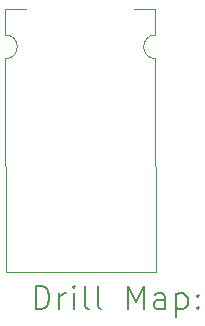
<source format=gbr>
%TF.GenerationSoftware,KiCad,Pcbnew,7.0.6*%
%TF.CreationDate,2023-09-20T23:26:55+02:00*%
%TF.ProjectId,epi_ESP32 (2023_01_16 13_30_41 UTC),6570695f-4553-4503-9332-202832303233,1_1*%
%TF.SameCoordinates,Original*%
%TF.FileFunction,Drillmap*%
%TF.FilePolarity,Positive*%
%FSLAX45Y45*%
G04 Gerber Fmt 4.5, Leading zero omitted, Abs format (unit mm)*
G04 Created by KiCad (PCBNEW 7.0.6) date 2023-09-20 23:26:55*
%MOMM*%
%LPD*%
G01*
G04 APERTURE LIST*
%ADD10C,0.100000*%
%ADD11C,0.050000*%
%ADD12C,0.200000*%
G04 APERTURE END LIST*
D10*
X9789000Y-4991850D02*
X9789000Y-5215000D01*
D11*
X9789504Y-7220000D02*
X11062004Y-7220000D01*
D10*
X11059000Y-5215000D02*
G75*
G03*
X11059000Y-5415000I0J-100000D01*
G01*
X9789000Y-5415000D02*
G75*
G03*
X9789000Y-5215000I0J100000D01*
G01*
X10879504Y-4991850D02*
X11059000Y-4991850D01*
X11059000Y-5215000D02*
X11059000Y-4991850D01*
X9789000Y-4991850D02*
X9966835Y-4991525D01*
X11062004Y-7220000D02*
X11059000Y-5415000D01*
X9789000Y-5415000D02*
X9789504Y-7220000D01*
D12*
X10044777Y-7536484D02*
X10044777Y-7336484D01*
X10044777Y-7336484D02*
X10092396Y-7336484D01*
X10092396Y-7336484D02*
X10120967Y-7346008D01*
X10120967Y-7346008D02*
X10140015Y-7365055D01*
X10140015Y-7365055D02*
X10149539Y-7384103D01*
X10149539Y-7384103D02*
X10159063Y-7422198D01*
X10159063Y-7422198D02*
X10159063Y-7450769D01*
X10159063Y-7450769D02*
X10149539Y-7488865D01*
X10149539Y-7488865D02*
X10140015Y-7507912D01*
X10140015Y-7507912D02*
X10120967Y-7526960D01*
X10120967Y-7526960D02*
X10092396Y-7536484D01*
X10092396Y-7536484D02*
X10044777Y-7536484D01*
X10244777Y-7536484D02*
X10244777Y-7403150D01*
X10244777Y-7441246D02*
X10254301Y-7422198D01*
X10254301Y-7422198D02*
X10263824Y-7412674D01*
X10263824Y-7412674D02*
X10282872Y-7403150D01*
X10282872Y-7403150D02*
X10301920Y-7403150D01*
X10368586Y-7536484D02*
X10368586Y-7403150D01*
X10368586Y-7336484D02*
X10359063Y-7346008D01*
X10359063Y-7346008D02*
X10368586Y-7355531D01*
X10368586Y-7355531D02*
X10378110Y-7346008D01*
X10378110Y-7346008D02*
X10368586Y-7336484D01*
X10368586Y-7336484D02*
X10368586Y-7355531D01*
X10492396Y-7536484D02*
X10473348Y-7526960D01*
X10473348Y-7526960D02*
X10463824Y-7507912D01*
X10463824Y-7507912D02*
X10463824Y-7336484D01*
X10597158Y-7536484D02*
X10578110Y-7526960D01*
X10578110Y-7526960D02*
X10568586Y-7507912D01*
X10568586Y-7507912D02*
X10568586Y-7336484D01*
X10825729Y-7536484D02*
X10825729Y-7336484D01*
X10825729Y-7336484D02*
X10892396Y-7479341D01*
X10892396Y-7479341D02*
X10959063Y-7336484D01*
X10959063Y-7336484D02*
X10959063Y-7536484D01*
X11140015Y-7536484D02*
X11140015Y-7431722D01*
X11140015Y-7431722D02*
X11130491Y-7412674D01*
X11130491Y-7412674D02*
X11111444Y-7403150D01*
X11111444Y-7403150D02*
X11073348Y-7403150D01*
X11073348Y-7403150D02*
X11054301Y-7412674D01*
X11140015Y-7526960D02*
X11120967Y-7536484D01*
X11120967Y-7536484D02*
X11073348Y-7536484D01*
X11073348Y-7536484D02*
X11054301Y-7526960D01*
X11054301Y-7526960D02*
X11044777Y-7507912D01*
X11044777Y-7507912D02*
X11044777Y-7488865D01*
X11044777Y-7488865D02*
X11054301Y-7469817D01*
X11054301Y-7469817D02*
X11073348Y-7460293D01*
X11073348Y-7460293D02*
X11120967Y-7460293D01*
X11120967Y-7460293D02*
X11140015Y-7450769D01*
X11235253Y-7403150D02*
X11235253Y-7603150D01*
X11235253Y-7412674D02*
X11254301Y-7403150D01*
X11254301Y-7403150D02*
X11292396Y-7403150D01*
X11292396Y-7403150D02*
X11311443Y-7412674D01*
X11311443Y-7412674D02*
X11320967Y-7422198D01*
X11320967Y-7422198D02*
X11330491Y-7441246D01*
X11330491Y-7441246D02*
X11330491Y-7498388D01*
X11330491Y-7498388D02*
X11320967Y-7517436D01*
X11320967Y-7517436D02*
X11311443Y-7526960D01*
X11311443Y-7526960D02*
X11292396Y-7536484D01*
X11292396Y-7536484D02*
X11254301Y-7536484D01*
X11254301Y-7536484D02*
X11235253Y-7526960D01*
X11416205Y-7517436D02*
X11425729Y-7526960D01*
X11425729Y-7526960D02*
X11416205Y-7536484D01*
X11416205Y-7536484D02*
X11406682Y-7526960D01*
X11406682Y-7526960D02*
X11416205Y-7517436D01*
X11416205Y-7517436D02*
X11416205Y-7536484D01*
X11416205Y-7412674D02*
X11425729Y-7422198D01*
X11425729Y-7422198D02*
X11416205Y-7431722D01*
X11416205Y-7431722D02*
X11406682Y-7422198D01*
X11406682Y-7422198D02*
X11416205Y-7412674D01*
X11416205Y-7412674D02*
X11416205Y-7431722D01*
M02*

</source>
